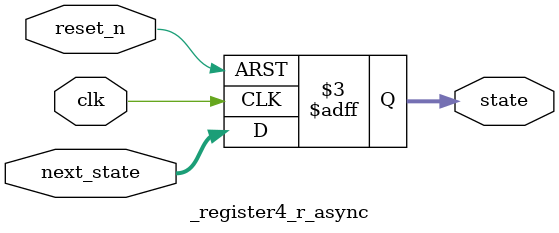
<source format=v>
module _register4_r_async(clk, reset_n, next_state, state);
	input clk, reset_n;
	input [3:0] next_state;
	output reg [3:0] state;
	
	always@(posedge clk or negedge reset_n)
	begin
		if(reset_n == 1'b0) state <= 4'b0;
		else state <= next_state;
	end
endmodule

</source>
